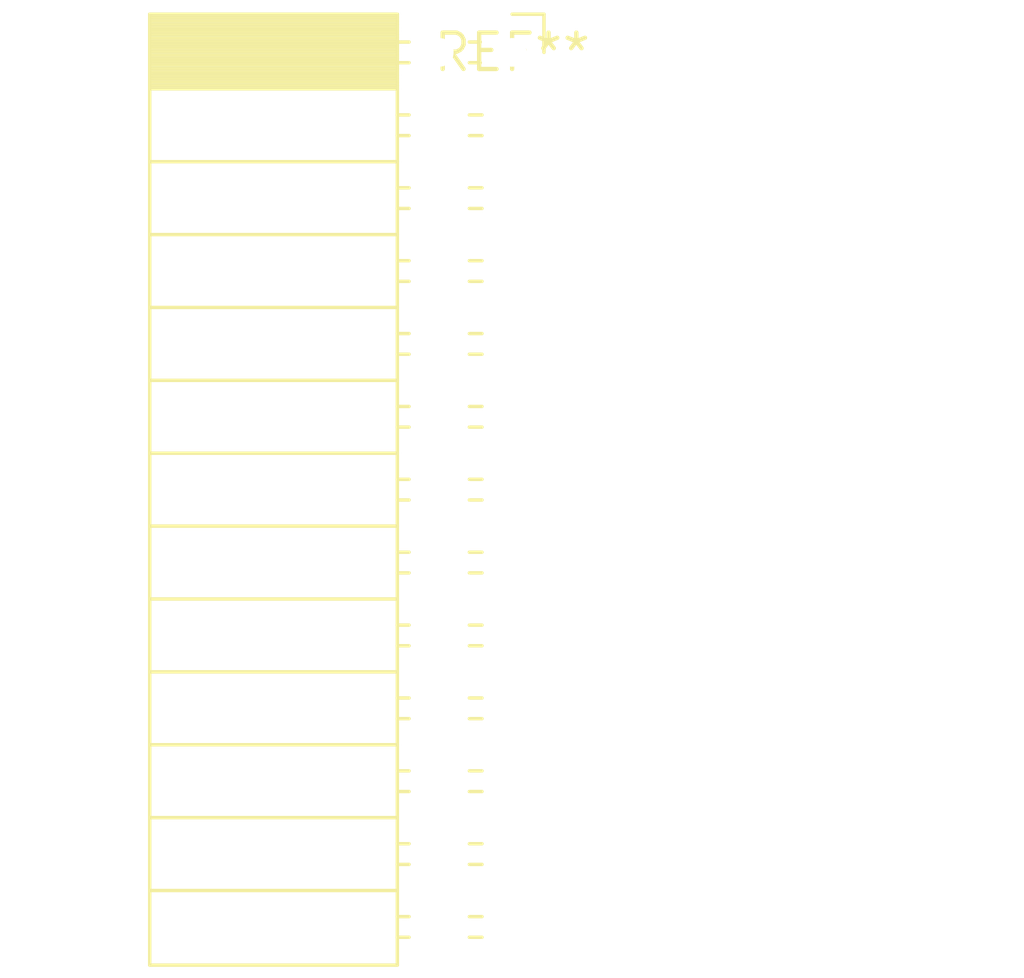
<source format=kicad_pcb>
(kicad_pcb (version 20240108) (generator pcbnew)
  (layers (0 "F.Cu" signal) (31 "B.Cu" signal) (34 "B.Paste" user) (35 "F.Paste" user) (36 "B.SilkS" user "B.Silkscreen") (37 "F.SilkS" user "F.Silkscreen") (38 "B.Mask" user) (39 "F.Mask" user) (44 "Edge.Cuts" user))
  (net 0 "")
  (footprint "PinSocket_2x13_P2.54mm_Horizontal" (layer "F.Cu") (at 0 0)
    (property "Reference" "REF**")
    (property "Value" "PinSocket_2x13_P2.54mm_Horizontal")
    (fp_line (start -12.63 -1.33) (end -12.63 31.81) (layer "F.SilkS") (stroke (width 0.12)))
    (fp_line (start -12.63 -1.33) (end -4 -1.33) (layer "F.SilkS") (stroke (width 0.12)))
    (fp_line (start -12.63 -1.21) (end -4 -1.21) (layer "F.SilkS") (stroke (width 0.12)))
    (fp_line (start -12.63 -1.091905) (end -4 -1.091905) (layer "F.SilkS") (stroke (width 0.12)))
    (fp_line (start -12.63 -0.97381) (end -4 -0.97381) (layer "F.SilkS") (stroke (width 0.12)))
    (fp_line (start -12.63 -0.855715) (end -4 -0.855715) (layer "F.SilkS") (stroke (width 0.12)))
    (fp_line (start -12.63 -0.73762) (end -4 -0.73762) (layer "F.SilkS") (stroke (width 0.12)))
    (fp_line (start -12.63 -0.619525) (end -4 -0.619525) (layer "F.SilkS") (stroke (width 0.12)))
    (fp_line (start -12.63 -0.50143) (end -4 -0.50143) (layer "F.SilkS") (stroke (width 0.12)))
    (fp_line (start -12.63 -0.383335) (end -4 -0.383335) (layer "F.SilkS") (stroke (width 0.12)))
    (fp_line (start -12.63 -0.26524) (end -4 -0.26524) (layer "F.SilkS") (stroke (width 0.12)))
    (fp_line (start -12.63 -0.147145) (end -4 -0.147145) (layer "F.SilkS") (stroke (width 0.12)))
    (fp_line (start -12.63 -0.02905) (end -4 -0.02905) (layer "F.SilkS") (stroke (width 0.12)))
    (fp_line (start -12.63 0.089045) (end -4 0.089045) (layer "F.SilkS") (stroke (width 0.12)))
    (fp_line (start -12.63 0.20714) (end -4 0.20714) (layer "F.SilkS") (stroke (width 0.12)))
    (fp_line (start -12.63 0.325235) (end -4 0.325235) (layer "F.SilkS") (stroke (width 0.12)))
    (fp_line (start -12.63 0.44333) (end -4 0.44333) (layer "F.SilkS") (stroke (width 0.12)))
    (fp_line (start -12.63 0.561425) (end -4 0.561425) (layer "F.SilkS") (stroke (width 0.12)))
    (fp_line (start -12.63 0.67952) (end -4 0.67952) (layer "F.SilkS") (stroke (width 0.12)))
    (fp_line (start -12.63 0.797615) (end -4 0.797615) (layer "F.SilkS") (stroke (width 0.12)))
    (fp_line (start -12.63 0.91571) (end -4 0.91571) (layer "F.SilkS") (stroke (width 0.12)))
    (fp_line (start -12.63 1.033805) (end -4 1.033805) (layer "F.SilkS") (stroke (width 0.12)))
    (fp_line (start -12.63 1.1519) (end -4 1.1519) (layer "F.SilkS") (stroke (width 0.12)))
    (fp_line (start -12.63 1.27) (end -4 1.27) (layer "F.SilkS") (stroke (width 0.12)))
    (fp_line (start -12.63 3.81) (end -4 3.81) (layer "F.SilkS") (stroke (width 0.12)))
    (fp_line (start -12.63 6.35) (end -4 6.35) (layer "F.SilkS") (stroke (width 0.12)))
    (fp_line (start -12.63 8.89) (end -4 8.89) (layer "F.SilkS") (stroke (width 0.12)))
    (fp_line (start -12.63 11.43) (end -4 11.43) (layer "F.SilkS") (stroke (width 0.12)))
    (fp_line (start -12.63 13.97) (end -4 13.97) (layer "F.SilkS") (stroke (width 0.12)))
    (fp_line (start -12.63 16.51) (end -4 16.51) (layer "F.SilkS") (stroke (width 0.12)))
    (fp_line (start -12.63 19.05) (end -4 19.05) (layer "F.SilkS") (stroke (width 0.12)))
    (fp_line (start -12.63 21.59) (end -4 21.59) (layer "F.SilkS") (stroke (width 0.12)))
    (fp_line (start -12.63 24.13) (end -4 24.13) (layer "F.SilkS") (stroke (width 0.12)))
    (fp_line (start -12.63 26.67) (end -4 26.67) (layer "F.SilkS") (stroke (width 0.12)))
    (fp_line (start -12.63 29.21) (end -4 29.21) (layer "F.SilkS") (stroke (width 0.12)))
    (fp_line (start -12.63 31.81) (end -4 31.81) (layer "F.SilkS") (stroke (width 0.12)))
    (fp_line (start -4 -1.33) (end -4 31.81) (layer "F.SilkS") (stroke (width 0.12)))
    (fp_line (start -4 -0.36) (end -3.59 -0.36) (layer "F.SilkS") (stroke (width 0.12)))
    (fp_line (start -4 0.36) (end -3.59 0.36) (layer "F.SilkS") (stroke (width 0.12)))
    (fp_line (start -4 2.18) (end -3.59 2.18) (layer "F.SilkS") (stroke (width 0.12)))
    (fp_line (start -4 2.9) (end -3.59 2.9) (layer "F.SilkS") (stroke (width 0.12)))
    (fp_line (start -4 4.72) (end -3.59 4.72) (layer "F.SilkS") (stroke (width 0.12)))
    (fp_line (start -4 5.44) (end -3.59 5.44) (layer "F.SilkS") (stroke (width 0.12)))
    (fp_line (start -4 7.26) (end -3.59 7.26) (layer "F.SilkS") (stroke (width 0.12)))
    (fp_line (start -4 7.98) (end -3.59 7.98) (layer "F.SilkS") (stroke (width 0.12)))
    (fp_line (start -4 9.8) (end -3.59 9.8) (layer "F.SilkS") (stroke (width 0.12)))
    (fp_line (start -4 10.52) (end -3.59 10.52) (layer "F.SilkS") (stroke (width 0.12)))
    (fp_line (start -4 12.34) (end -3.59 12.34) (layer "F.SilkS") (stroke (width 0.12)))
    (fp_line (start -4 13.06) (end -3.59 13.06) (layer "F.SilkS") (stroke (width 0.12)))
    (fp_line (start -4 14.88) (end -3.59 14.88) (layer "F.SilkS") (stroke (width 0.12)))
    (fp_line (start -4 15.6) (end -3.59 15.6) (layer "F.SilkS") (stroke (width 0.12)))
    (fp_line (start -4 17.42) (end -3.59 17.42) (layer "F.SilkS") (stroke (width 0.12)))
    (fp_line (start -4 18.14) (end -3.59 18.14) (layer "F.SilkS") (stroke (width 0.12)))
    (fp_line (start -4 19.96) (end -3.59 19.96) (layer "F.SilkS") (stroke (width 0.12)))
    (fp_line (start -4 20.68) (end -3.59 20.68) (layer "F.SilkS") (stroke (width 0.12)))
    (fp_line (start -4 22.5) (end -3.59 22.5) (layer "F.SilkS") (stroke (width 0.12)))
    (fp_line (start -4 23.22) (end -3.59 23.22) (layer "F.SilkS") (stroke (width 0.12)))
    (fp_line (start -4 25.04) (end -3.59 25.04) (layer "F.SilkS") (stroke (width 0.12)))
    (fp_line (start -4 25.76) (end -3.59 25.76) (layer "F.SilkS") (stroke (width 0.12)))
    (fp_line (start -4 27.58) (end -3.59 27.58) (layer "F.SilkS") (stroke (width 0.12)))
    (fp_line (start -4 28.3) (end -3.59 28.3) (layer "F.SilkS") (stroke (width 0.12)))
    (fp_line (start -4 30.12) (end -3.59 30.12) (layer "F.SilkS") (stroke (width 0.12)))
    (fp_line (start -4 30.84) (end -3.59 30.84) (layer "F.SilkS") (stroke (width 0.12)))
    (fp_line (start -1.49 -0.36) (end -1.11 -0.36) (layer "F.SilkS") (stroke (width 0.12)))
    (fp_line (start -1.49 0.36) (end -1.11 0.36) (layer "F.SilkS") (stroke (width 0.12)))
    (fp_line (start -1.49 2.18) (end -1.05 2.18) (layer "F.SilkS") (stroke (width 0.12)))
    (fp_line (start -1.49 2.9) (end -1.05 2.9) (layer "F.SilkS") (stroke (width 0.12)))
    (fp_line (start -1.49 4.72) (end -1.05 4.72) (layer "F.SilkS") (stroke (width 0.12)))
    (fp_line (start -1.49 5.44) (end -1.05 5.44) (layer "F.SilkS") (stroke (width 0.12)))
    (fp_line (start -1.49 7.26) (end -1.05 7.26) (layer "F.SilkS") (stroke (width 0.12)))
    (fp_line (start -1.49 7.98) (end -1.05 7.98) (layer "F.SilkS") (stroke (width 0.12)))
    (fp_line (start -1.49 9.8) (end -1.05 9.8) (layer "F.SilkS") (stroke (width 0.12)))
    (fp_line (start -1.49 10.52) (end -1.05 10.52) (layer "F.SilkS") (stroke (width 0.12)))
    (fp_line (start -1.49 12.34) (end -1.05 12.34) (layer "F.SilkS") (stroke (width 0.12)))
    (fp_line (start -1.49 13.06) (end -1.05 13.06) (layer "F.SilkS") (stroke (width 0.12)))
    (fp_line (start -1.49 14.88) (end -1.05 14.88) (layer "F.SilkS") (stroke (width 0.12)))
    (fp_line (start -1.49 15.6) (end -1.05 15.6) (layer "F.SilkS") (stroke (width 0.12)))
    (fp_line (start -1.49 17.42) (end -1.05 17.42) (layer "F.SilkS") (stroke (width 0.12)))
    (fp_line (start -1.49 18.14) (end -1.05 18.14) (layer "F.SilkS") (stroke (width 0.12)))
    (fp_line (start -1.49 19.96) (end -1.05 19.96) (layer "F.SilkS") (stroke (width 0.12)))
    (fp_line (start -1.49 20.68) (end -1.05 20.68) (layer "F.SilkS") (stroke (width 0.12)))
    (fp_line (start -1.49 22.5) (end -1.05 22.5) (layer "F.SilkS") (stroke (width 0.12)))
    (fp_line (start -1.49 23.22) (end -1.05 23.22) (layer "F.SilkS") (stroke (width 0.12)))
    (fp_line (start -1.49 25.04) (end -1.05 25.04) (layer "F.SilkS") (stroke (width 0.12)))
    (fp_line (start -1.49 25.76) (end -1.05 25.76) (layer "F.SilkS") (stroke (width 0.12)))
    (fp_line (start -1.49 27.58) (end -1.05 27.58) (layer "F.SilkS") (stroke (width 0.12)))
    (fp_line (start -1.49 28.3) (end -1.05 28.3) (layer "F.SilkS") (stroke (width 0.12)))
    (fp_line (start -1.49 30.12) (end -1.05 30.12) (layer "F.SilkS") (stroke (width 0.12)))
    (fp_line (start -1.49 30.84) (end -1.05 30.84) (layer "F.SilkS") (stroke (width 0.12)))
    (fp_line (start 0 -1.33) (end 1.11 -1.33) (layer "F.SilkS") (stroke (width 0.12)))
    (fp_line (start 1.11 -1.33) (end 1.11 0) (layer "F.SilkS") (stroke (width 0.12)))
    (pad "1" thru_hole rect (at 0 0) (size 1.7 1.7) (drill 1) (layers *.Cu *.Mask) (remove_unused_layers))
    (pad "2" thru_hole oval (at -2.54 0) (size 1.7 1.7) (drill 1) (layers *.Cu *.Mask) (remove_unused_layers))
    (pad "3" thru_hole oval (at 0 2.54) (size 1.7 1.7) (drill 1) (layers *.Cu *.Mask) (remove_unused_layers))
    (pad "4" thru_hole oval (at -2.54 2.54) (size 1.7 1.7) (drill 1) (layers *.Cu *.Mask) (remove_unused_layers))
    (pad "5" thru_hole oval (at 0 5.08) (size 1.7 1.7) (drill 1) (layers *.Cu *.Mask) (remove_unused_layers))
    (pad "6" thru_hole oval (at -2.54 5.08) (size 1.7 1.7) (drill 1) (layers *.Cu *.Mask) (remove_unused_layers))
    (pad "7" thru_hole oval (at 0 7.62) (size 1.7 1.7) (drill 1) (layers *.Cu *.Mask) (remove_unused_layers))
    (pad "8" thru_hole oval (at -2.54 7.62) (size 1.7 1.7) (drill 1) (layers *.Cu *.Mask) (remove_unused_layers))
    (pad "9" thru_hole oval (at 0 10.16) (size 1.7 1.7) (drill 1) (layers *.Cu *.Mask) (remove_unused_layers))
    (pad "10" thru_hole oval (at -2.54 10.16) (size 1.7 1.7) (drill 1) (layers *.Cu *.Mask) (remove_unused_layers))
    (pad "11" thru_hole oval (at 0 12.7) (size 1.7 1.7) (drill 1) (layers *.Cu *.Mask) (remove_unused_layers))
    (pad "12" thru_hole oval (at -2.54 12.7) (size 1.7 1.7) (drill 1) (layers *.Cu *.Mask) (remove_unused_layers))
    (pad "13" thru_hole oval (at 0 15.24) (size 1.7 1.7) (drill 1) (layers *.Cu *.Mask) (remove_unused_layers))
    (pad "14" thru_hole oval (at -2.54 15.24) (size 1.7 1.7) (drill 1) (layers *.Cu *.Mask) (remove_unused_layers))
    (pad "15" thru_hole oval (at 0 17.78) (size 1.7 1.7) (drill 1) (layers *.Cu *.Mask) (remove_unused_layers))
    (pad "16" thru_hole oval (at -2.54 17.78) (size 1.7 1.7) (drill 1) (layers *.Cu *.Mask) (remove_unused_layers))
    (pad "17" thru_hole oval (at 0 20.32) (size 1.7 1.7) (drill 1) (layers *.Cu *.Mask) (remove_unused_layers))
    (pad "18" thru_hole oval (at -2.54 20.32) (size 1.7 1.7) (drill 1) (layers *.Cu *.Mask) (remove_unused_layers))
    (pad "19" thru_hole oval (at 0 22.86) (size 1.7 1.7) (drill 1) (layers *.Cu *.Mask) (remove_unused_layers))
    (pad "20" thru_hole oval (at -2.54 22.86) (size 1.7 1.7) (drill 1) (layers *.Cu *.Mask) (remove_unused_layers))
    (pad "21" thru_hole oval (at 0 25.4) (size 1.7 1.7) (drill 1) (layers *.Cu *.Mask) (remove_unused_layers))
    (pad "22" thru_hole oval (at -2.54 25.4) (size 1.7 1.7) (drill 1) (layers *.Cu *.Mask) (remove_unused_layers))
    (pad "23" thru_hole oval (at 0 27.94) (size 1.7 1.7) (drill 1) (layers *.Cu *.Mask) (remove_unused_layers))
    (pad "24" thru_hole oval (at -2.54 27.94) (size 1.7 1.7) (drill 1) (layers *.Cu *.Mask) (remove_unused_layers))
    (pad "25" thru_hole oval (at 0 30.48) (size 1.7 1.7) (drill 1) (layers *.Cu *.Mask) (remove_unused_layers))
    (pad "26" thru_hole oval (at -2.54 30.48) (size 1.7 1.7) (drill 1) (layers *.Cu *.Mask) (remove_unused_layers))
  )
)
</source>
